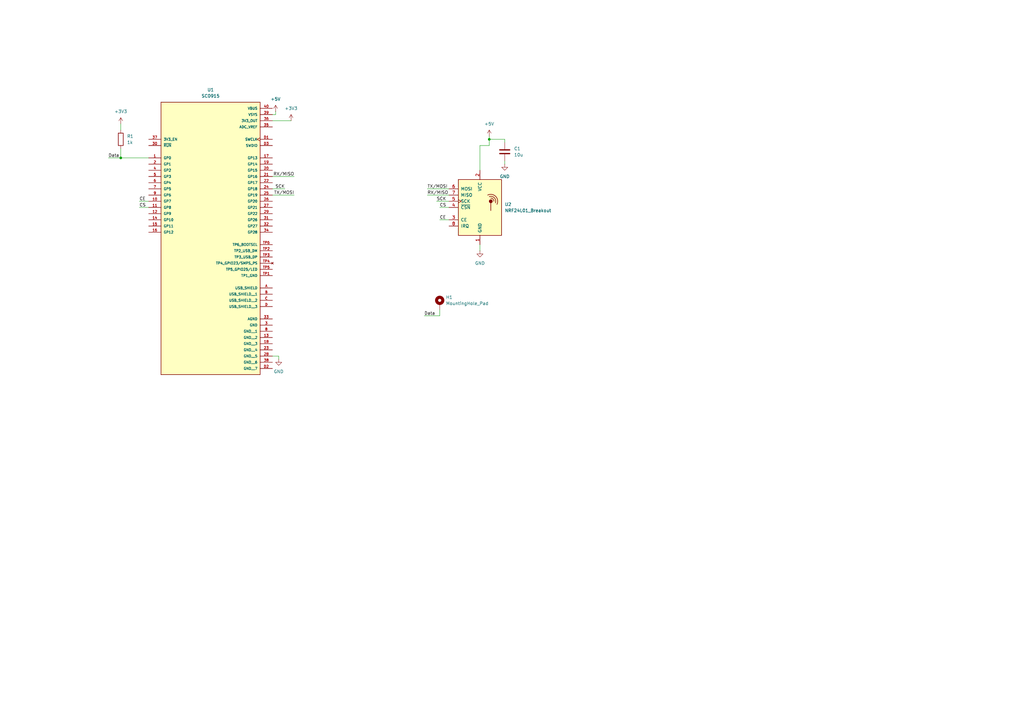
<source format=kicad_sch>
(kicad_sch (version 20231120) (generator "eeschema") (generator_version "8.0")
  (paper "A3")
  (lib_symbols
    (symbol "Device:C" (pin_numbers hide) (pin_names (offset 0.254))
      (property "Reference" "C" (at 0.635 2.54 0))
      (property "Value" "C" (at 0.635 -2.54 0))
      (symbol "C_0_1"
        (polyline (pts (xy -2.032 -0.762) (xy 2.032 -0.762)) (stroke (width 0.508)))
        (polyline (pts (xy -2.032 0.762) (xy 2.032 0.762)) (stroke (width 0.508)))
      )
      (symbol "C_1_1"
        (pin passive line (at 0 3.81 270) (length 2.794) (name "~") (number "1"))
        (pin passive line (at 0 -3.81 90) (length 2.794) (name "~") (number "2"))
      )
    )
    (symbol "Device:R" (pin_numbers hide) (pin_names (offset 0))
      (property "Reference" "R" (at 2.032 0 90))
      (property "Value" "R" (at 0 0 90))
      (symbol "R_0_1"
        (rectangle (start -1.016 -2.54) (end 1.016 2.54) (stroke (width 0.254)))
      )
      (symbol "R_1_1"
        (pin passive line (at 0 3.81 270) (length 1.27) (name "~") (number "1"))
        (pin passive line (at 0 -3.81 90) (length 1.27) (name "~") (number "2"))
      )
    )
    (symbol "Mechanical:MountingHole_Pad" (pin_numbers hide) (pin_names (offset 1.016) hide) (exclude_from_sim yes) (in_bom no)
      (property "Reference" "H" (at 0 6.35 0))
      (property "Value" "MountingHole_Pad" (at 0 4.445 0))
      (symbol "MountingHole_Pad_0_1"
        (circle (center 0 1.27) (radius 1.27) (stroke (width 1.27)))
      )
      (symbol "MountingHole_Pad_1_1"
        (pin input line (at 0 -2.54 90) (length 2.54) (name "1") (number "1"))
      )
    )
    (symbol "Project_Lib:SC0915" (pin_names (offset 1.016))
      (property "Reference" "U" (at -20.32 44.069 0))
      (property "Value" "SC0915" (at -20.32 -71.12 0))
      (symbol "SC0915_0_0"
        (rectangle (start -20.32 -68.58) (end 20.32 43.18) (stroke (width 0.254)) (fill (type background)))
        (pin bidirectional line (at -25.4 20.32 0) (length 5.08) (name "GP0") (number "1"))
        (pin bidirectional line (at -25.4 2.54 0) (length 5.08) (name "GP7") (number "10"))
        (pin bidirectional line (at -25.4 0 0) (length 5.08) (name "GP8") (number "11"))
        (pin bidirectional line (at -25.4 -2.54 0) (length 5.08) (name "GP9") (number "12"))
        (pin power_in line (at 25.4 -53.34 180) (length 5.08) (name "GND__2") (number "13"))
        (pin bidirectional line (at -25.4 -5.08 0) (length 5.08) (name "GP10") (number "14"))
        (pin bidirectional line (at -25.4 -7.62 0) (length 5.08) (name "GP11") (number "15"))
        (pin bidirectional line (at -25.4 -10.16 0) (length 5.08) (name "GP12") (number "16"))
        (pin bidirectional line (at 25.4 20.32 180) (length 5.08) (name "GP13") (number "17"))
        (pin power_in line (at 25.4 -55.88 180) (length 5.08) (name "GND__3") (number "18"))
        (pin bidirectional line (at 25.4 17.78 180) (length 5.08) (name "GP14") (number "19"))
        (pin bidirectional line (at -25.4 17.78 0) (length 5.08) (name "GP1") (number "2"))
        (pin bidirectional line (at 25.4 15.24 180) (length 5.08) (name "GP15") (number "20"))
        (pin bidirectional line (at 25.4 12.7 180) (length 5.08) (name "GP16") (number "21"))
        (pin bidirectional line (at 25.4 10.16 180) (length 5.08) (name "GP17") (number "22"))
        (pin power_in line (at 25.4 -58.42 180) (length 5.08) (name "GND__4") (number "23"))
        (pin bidirectional line (at 25.4 7.62 180) (length 5.08) (name "GP18") (number "24"))
        (pin bidirectional line (at 25.4 5.08 180) (length 5.08) (name "GP19") (number "25"))
        (pin bidirectional line (at 25.4 2.54 180) (length 5.08) (name "GP20") (number "26"))
        (pin bidirectional line (at 25.4 0 180) (length 5.08) (name "GP21") (number "27"))
        (pin power_in line (at 25.4 -60.96 180) (length 5.08) (name "GND__5") (number "28"))
        (pin bidirectional line (at 25.4 -2.54 180) (length 5.08) (name "GP22") (number "29"))
        (pin power_in line (at 25.4 -48.26 180) (length 5.08) (name "GND") (number "3"))
        (pin input line (at -25.4 25.4 0) (length 5.08) (name "~{RUN}") (number "30"))
        (pin bidirectional line (at 25.4 -5.08 180) (length 5.08) (name "GP26") (number "31"))
        (pin bidirectional line (at 25.4 -7.62 180) (length 5.08) (name "GP27") (number "32"))
        (pin power_in line (at 25.4 -45.72 180) (length 5.08) (name "AGND") (number "33"))
        (pin bidirectional line (at 25.4 -10.16 180) (length 5.08) (name "GP28") (number "34"))
        (pin power_in line (at 25.4 33.02 180) (length 5.08) (name "ADC_VREF") (number "35"))
        (pin power_in line (at 25.4 35.56 180) (length 5.08) (name "3V3_OUT") (number "36"))
        (pin input line (at -25.4 27.94 0) (length 5.08) (name "3V3_EN") (number "37"))
        (pin power_in line (at 25.4 -63.5 180) (length 5.08) (name "GND__6") (number "38"))
        (pin power_in line (at 25.4 38.1 180) (length 5.08) (name "VSYS") (number "39"))
        (pin bidirectional line (at -25.4 15.24 0) (length 5.08) (name "GP2") (number "4"))
        (pin power_in line (at 25.4 40.64 180) (length 5.08) (name "VBUS") (number "40"))
        (pin bidirectional line (at -25.4 12.7 0) (length 5.08) (name "GP3") (number "5"))
        (pin bidirectional line (at -25.4 10.16 0) (length 5.08) (name "GP4") (number "6"))
        (pin bidirectional line (at -25.4 7.62 0) (length 5.08) (name "GP5") (number "7"))
        (pin power_in line (at 25.4 -50.8 180) (length 5.08) (name "GND__1") (number "8"))
        (pin bidirectional line (at -25.4 5.08 0) (length 5.08) (name "GP6") (number "9"))
        (pin power_in line (at 25.4 -33.02 180) (length 5.08) (name "USB_SHIELD") (number "A"))
        (pin power_in line (at 25.4 -35.56 180) (length 5.08) (name "USB_SHIELD__1") (number "B"))
        (pin power_in line (at 25.4 -38.1 180) (length 5.08) (name "USB_SHIELD__2") (number "C"))
        (pin power_in line (at 25.4 -40.64 180) (length 5.08) (name "USB_SHIELD__3") (number "D"))
        (pin input clock (at 25.4 27.94 180) (length 5.08) (name "SWCLK") (number "D1"))
        (pin power_in line (at 25.4 -66.04 180) (length 5.08) (name "GND__7") (number "D2"))
        (pin bidirectional line (at 25.4 25.4 180) (length 5.08) (name "SWDIO") (number "D3"))
        (pin power_in line (at 25.4 -27.94 180) (length 5.08) (name "TP1_GND") (number "TP1"))
        (pin bidirectional line (at 25.4 -17.78 180) (length 5.08) (name "TP2_USB_DM") (number "TP2"))
        (pin bidirectional line (at 25.4 -20.32 180) (length 5.08) (name "TP3_USB_DP") (number "TP3"))
        (pin no_connect line (at 25.4 -22.86 180) (length 5.08) (name "TP4_GPIO23/SMPS_PS") (number "TP4"))
        (pin output line (at 25.4 -25.4 180) (length 5.08) (name "TP5_GPIO25/LED") (number "TP5"))
        (pin input line (at 25.4 -15.24 180) (length 5.08) (name "TP6_BOOTSEL") (number "TP6"))
      )
    )
    (symbol "RF:NRF24L01_Breakout" (pin_names (offset 1.016))
      (property "Reference" "U" (at -8.89 12.7 0))
      (property "Value" "NRF24L01_Breakout" (at 3.81 12.7 0))
      (symbol "NRF24L01_Breakout_0_1"
        (rectangle (start -8.89 11.43) (end 8.89 -11.43) (stroke (width 0.254)) (fill (type background)))
        (polyline (pts (xy 4.445 1.905) (xy 4.445 -1.27)) (stroke (width 0.254)))
        (circle (center 4.445 2.54) (radius 0.635) (stroke (width 0.254)) (fill (type outline)))
        (arc (start 5.715 2.54) (mid 5.3521 3.4546) (end 4.445 3.81) (stroke (width 0.254)))
        (arc (start 6.35 1.905) (mid 5.8763 3.9854) (end 3.81 4.445) (stroke (width 0.254)))
        (arc (start 6.985 1.27) (mid 6.453 4.548) (end 3.175 5.08) (stroke (width 0.254)))
      )
      (symbol "NRF24L01_Breakout_1_1"
        (pin power_in line (at 0 -15.24 90) (length 3.81) (name "GND") (number "1"))
        (pin power_in line (at 0 15.24 270) (length 3.81) (name "VCC") (number "2"))
        (pin input line (at -12.7 -5.08 0) (length 3.81) (name "CE") (number "3"))
        (pin input line (at -12.7 0 0) (length 3.81) (name "~{CSN}") (number "4"))
        (pin input clock (at -12.7 2.54 0) (length 3.81) (name "SCK") (number "5"))
        (pin input line (at -12.7 7.62 0) (length 3.81) (name "MOSI") (number "6"))
        (pin output line (at -12.7 5.08 0) (length 3.81) (name "MISO") (number "7"))
        (pin output line (at -12.7 -7.62 0) (length 3.81) (name "IRQ") (number "8"))
      )
    )
    (symbol "power:+3V3" (power) (pin_numbers hide) (pin_names (offset 0) hide)
      (property "Value" "+3V3" (at 0 3.556 0))
      (symbol "+3V3_0_1"
        (polyline (pts (xy -0.762 1.27) (xy 0 2.54)))
        (polyline (pts (xy 0 0) (xy 0 2.54)))
        (polyline (pts (xy 0 2.54) (xy 0.762 1.27)))
      )
      (symbol "+3V3_1_1"
        (pin power_in line (at 0 0 90) (length 0) (name "~") (number "1"))
      )
    )
    (symbol "power:+5V" (power) (pin_numbers hide) (pin_names (offset 0) hide)
      (property "Value" "+5V" (at 0 3.556 0))
      (symbol "+5V_0_1"
        (polyline (pts (xy -0.762 1.27) (xy 0 2.54)))
        (polyline (pts (xy 0 0) (xy 0 2.54)))
        (polyline (pts (xy 0 2.54) (xy 0.762 1.27)))
      )
      (symbol "+5V_1_1"
        (pin power_in line (at 0 0 90) (length 0) (name "~") (number "1"))
      )
    )
    (symbol "power:GND" (power) (pin_numbers hide) (pin_names (offset 0) hide)
      (property "Value" "GND" (at 0 -3.81 0))
      (symbol "GND_0_1"
        (polyline (pts (xy 0 0) (xy 0 -1.27) (xy 1.27 -1.27) (xy 0 -2.54) (xy -1.27 -1.27) (xy 0 -1.27)))
      )
      (symbol "GND_1_1"
        (pin power_in line (at 0 0 270) (length 0) (name "~") (number "1"))
      )
    )
  )
  (junction (at 49.53 64.77))
  (junction (at 200.66 57.15))
  (wire (pts (xy 113.03 45.72) (xy 113.03 46.99)))
  (wire (pts (xy 175.26 77.47) (xy 184.15 77.47)))
  (wire (pts (xy 180.34 129.54) (xy 180.34 127)))
  (wire (pts (xy 173.99 129.54) (xy 180.34 129.54)))
  (wire (pts (xy 196.85 100.33) (xy 196.85 102.87)))
  (wire (pts (xy 114.3 146.05) (xy 111.76 146.05)))
  (wire (pts (xy 114.3 147.32) (xy 114.3 146.05)))
  (wire (pts (xy 200.66 59.69) (xy 196.85 59.69)))
  (wire (pts (xy 49.53 64.77) (xy 60.96 64.77)))
  (wire (pts (xy 180.34 85.09) (xy 184.15 85.09)))
  (wire (pts (xy 200.66 55.88) (xy 200.66 57.15)))
  (wire (pts (xy 57.15 82.55) (xy 60.96 82.55)))
  (wire (pts (xy 111.76 72.39) (xy 120.65 72.39)))
  (wire (pts (xy 200.66 57.15) (xy 207.01 57.15)))
  (wire (pts (xy 111.76 80.01) (xy 120.65 80.01)))
  (wire (pts (xy 207.01 57.15) (xy 207.01 58.42)))
  (wire (pts (xy 207.01 66.04) (xy 207.01 67.31)))
  (wire (pts (xy 175.26 80.01) (xy 184.15 80.01)))
  (wire (pts (xy 196.85 59.69) (xy 196.85 69.85)))
  (wire (pts (xy 180.34 90.17) (xy 184.15 90.17)))
  (wire (pts (xy 49.53 50.8) (xy 49.53 53.34)))
  (wire (pts (xy 113.03 46.99) (xy 111.76 46.99)))
  (wire (pts (xy 111.76 77.47) (xy 116.84 77.47)))
  (wire (pts (xy 111.76 49.53) (xy 119.38 49.53)))
  (wire (pts (xy 44.45 64.77) (xy 49.53 64.77)))
  (wire (pts (xy 49.53 60.96) (xy 49.53 64.77)))
  (wire (pts (xy 57.15 85.09) (xy 60.96 85.09)))
  (wire (pts (xy 200.66 57.15) (xy 200.66 59.69)))
  (wire (pts (xy 179.07 82.55) (xy 184.15 82.55)))
  (label "TX{slash}MOSI" (at 120.65 80.01 180))
  (label "RX{slash}MISO" (at 175.26 80.01 0))
  (label "TX{slash}MOSI" (at 175.26 77.47 0))
  (label "Data" (at 173.99 129.54 0))
  (label "Data" (at 44.45 64.77 0))
  (label "SCK" (at 116.84 77.47 180))
  (label "CS" (at 180.34 85.09 0))
  (label "CS" (at 57.15 85.09 0))
  (label "RX{slash}MISO" (at 120.65 72.39 180))
  (label "SCK" (at 179.07 82.55 0))
  (label "CE" (at 57.15 82.55 0))
  (label "CE" (at 180.34 90.17 0))
  (symbol (lib_id "Project_Lib:SC0915") (at 86.36 85.09 0) (unit 1)
    (property "Reference" "U1" (at 86.36 36.83 0))
    (property "Value" "SC0915" (at 86.36 39.37 0))
    (property "Footprint" "Library:Raspberry Pi Pico" (effects (hide yes)))
    (property "PARTREV" "1.9" (effects (hide yes)))
    (property "SNAPEDA_PN" "SC0915" (effects (hide yes)))
    (property "STANDARD" "Manufacturer Recommendations" (effects (hide yes)))
    (property "MANUFACTURER" "Pi Supply" (effects (hide yes)))
  )
  (symbol (lib_id "power:GND") (at 114.3 147.32 0) (unit 1)
    (property "Reference" "#PWR07" (effects (hide yes)))
    (property "Value" "GND" (at 114.3 152.4 0))
    (property "Description" "Power symbol creates a global label with name \"GND\" , ground" (effects (hide yes)))
  )
  (symbol (lib_id "Device:C") (at 207.01 62.23 0) (unit 1)
    (property "Reference" "C1" (at 210.82 60.9599 0) (effects (justify left)))
    (property "Value" "10u" (at 210.82 63.4999 0) (effects (justify left)))
    (property "Footprint" "Capacitor_SMD:C_0603_1608Metric_Pad1.08x0.95mm_HandSolder" (effects (hide yes)))
    (property "Description" "Unpolarized capacitor" (effects (hide yes)))
  )
  (symbol (lib_id "Device:R") (at 49.53 57.15 0) (unit 1)
    (property "Reference" "R1" (at 52.07 55.8799 0) (effects (justify left)))
    (property "Value" "1k" (at 52.07 58.4199 0) (effects (justify left)))
    (property "Footprint" "Resistor_SMD:R_0603_1608Metric_Pad0.98x0.95mm_HandSolder" (effects (hide yes)))
    (property "Description" "Resistor" (effects (hide yes)))
  )
  (symbol (lib_id "power:GND") (at 196.85 102.87 0) (unit 1)
    (property "Reference" "#PWR01" (effects (hide yes)))
    (property "Value" "GND" (at 196.85 107.95 0))
    (property "Description" "Power symbol creates a global label with name \"GND\" , ground" (effects (hide yes)))
  )
  (symbol (lib_id "power:GND") (at 207.01 67.31 0) (unit 1)
    (property "Reference" "#PWR06" (effects (hide yes)))
    (property "Value" "GND" (at 207.01 72.39 0))
    (property "Description" "Power symbol creates a global label with name \"GND\" , ground" (effects (hide yes)))
  )
  (symbol (lib_id "RF:NRF24L01_Breakout") (at 196.85 85.09 0) (unit 1)
    (property "Reference" "U2" (at 207.01 83.8199 0) (effects (justify left)))
    (property "Value" "NRF24L01_Breakout" (at 207.01 86.3599 0) (effects (justify left)))
    (property "Footprint" "RF_Module:nRF24L01_Breakout" (effects (hide yes)))
    (property "Datasheet" "http://www.nordicsemi.com/eng/content/download/2730/34105/file/nRF24L01_Product_Specification_v2_0.pdf" (effects (hide yes)))
    (property "Description" "Ultra low power 2.4GHz RF Transceiver, Carrier PCB" (effects (hide yes)))
  )
  (symbol (lib_id "Mechanical:MountingHole_Pad") (at 180.34 124.46 0) (unit 1) (exclude_from_sim yes) (in_bom no)
    (property "Reference" "H1" (at 182.88 121.9199 0) (effects (justify left)))
    (property "Value" "MountingHole_Pad" (at 182.88 124.4599 0) (effects (justify left)))
    (property "Footprint" "Library:PAD" (effects (hide yes)))
    (property "Description" "Mounting Hole with connection" (effects (hide yes)))
  )
  (symbol (lib_id "power:+3V3") (at 119.38 49.53 0) (unit 1)
    (property "Reference" "#PWR05" (effects (hide yes)))
    (property "Value" "+3V3" (at 119.38 44.45 0))
    (property "Description" "Power symbol creates a global label with name \"+3V3\"" (effects (hide yes)))
  )
  (symbol (lib_id "power:+5V") (at 200.66 55.88 0) (unit 1)
    (property "Reference" "#PWR02" (effects (hide yes)))
    (property "Value" "+5V" (at 200.66 50.8 0))
    (property "Description" "Power symbol creates a global label with name \"+5V\"" (effects (hide yes)))
  )
  (symbol (lib_id "power:+5V") (at 113.03 45.72 0) (unit 1)
    (property "Reference" "#PWR04" (effects (hide yes)))
    (property "Value" "+5V" (at 113.03 40.64 0))
    (property "Description" "Power symbol creates a global label with name \"+5V\"" (effects (hide yes)))
  )
  (symbol (lib_id "power:+3V3") (at 49.53 50.8 0) (unit 1)
    (property "Reference" "#PWR03" (effects (hide yes)))
    (property "Value" "+3V3" (at 49.53 45.72 0))
    (property "Description" "Power symbol creates a global label with name \"+3V3\"" (effects (hide yes)))
  )
)
</source>
